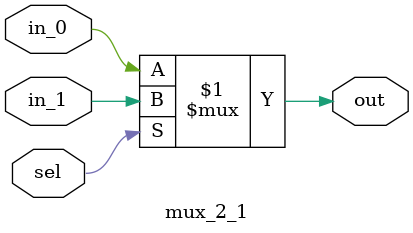
<source format=sv>

module mux_2_1 (
        input wire in_0,
        input wire in_1,
        input wire sel,

        output logic out
);

assign out = sel ? in_1 : in_0;

endmodule

</source>
